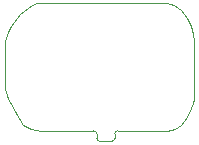
<source format=gbr>
G04 #@! TF.GenerationSoftware,KiCad,Pcbnew,(5.1.5)-3*
G04 #@! TF.CreationDate,2020-09-09T17:22:44+01:00*
G04 #@! TF.ProjectId,tight_omnetics,74696768-745f-46f6-9d6e-65746963732e,rev?*
G04 #@! TF.SameCoordinates,Original*
G04 #@! TF.FileFunction,Profile,NP*
%FSLAX46Y46*%
G04 Gerber Fmt 4.6, Leading zero omitted, Abs format (unit mm)*
G04 Created by KiCad (PCBNEW (5.1.5)-3) date 2020-09-09 17:22:44*
%MOMM*%
%LPD*%
G04 APERTURE LIST*
%ADD10C,0.050000*%
G04 APERTURE END LIST*
D10*
X130683000Y-100076000D02*
X131191000Y-100076000D01*
X126238000Y-99187000D02*
X125730000Y-99187000D01*
X127635000Y-99187000D02*
X126238000Y-99187000D01*
X130175000Y-99187000D02*
X127635000Y-99187000D01*
X134366000Y-99187000D02*
X132461000Y-99187000D01*
X135890000Y-99187000D02*
X134366000Y-99187000D01*
X131953000Y-99441000D02*
X131953000Y-99822000D01*
X131953000Y-99441000D02*
G75*
G02X132207000Y-99187000I254000J0D01*
G01*
X132207000Y-99187000D02*
X132461000Y-99187000D01*
X131191000Y-100076000D02*
X131699000Y-100076000D01*
X131953000Y-99822000D02*
G75*
G02X131699000Y-100076000I-254000J0D01*
G01*
X130429000Y-99695000D02*
X130429000Y-99822000D01*
X130429000Y-99441000D02*
X130429000Y-99695000D01*
X130683000Y-100076000D02*
G75*
G02X130429000Y-99822000I0J254000D01*
G01*
X130175000Y-99187000D02*
G75*
G02X130429000Y-99441000I0J-254000D01*
G01*
X137541000Y-88976200D02*
X137287000Y-88773000D01*
X137845800Y-89331800D02*
X137541000Y-88976200D01*
X138049000Y-89662000D02*
X137845800Y-89331800D01*
X136398000Y-88392000D02*
X136017000Y-88392000D01*
X136677400Y-88442800D02*
X136398000Y-88392000D01*
X136982200Y-88544400D02*
X136677400Y-88442800D01*
X137287000Y-88773000D02*
X136982200Y-88544400D01*
X138658600Y-96494600D02*
X138684000Y-96139000D01*
X138557000Y-96875600D02*
X138658600Y-96494600D01*
X138557000Y-96875600D02*
X138430000Y-97282000D01*
X138633200Y-91008200D02*
X138430000Y-90297000D01*
X138684000Y-91567000D02*
X138633200Y-91008200D01*
X133350000Y-88392000D02*
X136017000Y-88392000D01*
X122682000Y-91567000D02*
X122682000Y-92329000D01*
X122936000Y-90805000D02*
X122682000Y-91567000D01*
X123190000Y-90297000D02*
X122936000Y-90805000D01*
X122936000Y-96520000D02*
X122809000Y-96139000D01*
X123063000Y-96774000D02*
X122936000Y-96520000D01*
X122682000Y-95631000D02*
X122809000Y-96139000D01*
X122682000Y-95377000D02*
X122682000Y-95631000D01*
X122682000Y-93980000D02*
X122682000Y-95377000D01*
X123571000Y-97663000D02*
X123063000Y-96774000D01*
X124206000Y-98679000D02*
X123571000Y-97663000D01*
X124841000Y-99060000D02*
X124206000Y-98679000D01*
X125730000Y-99187000D02*
X124841000Y-99060000D01*
X122682000Y-92329000D02*
X122682000Y-93980000D01*
X123952000Y-89281000D02*
X123190000Y-90297000D01*
X124968000Y-88519000D02*
X123952000Y-89281000D01*
X125349000Y-88392000D02*
X124968000Y-88519000D01*
X125476000Y-88392000D02*
X125349000Y-88392000D01*
X125603000Y-88392000D02*
X125476000Y-88392000D01*
X125730000Y-88392000D02*
X125603000Y-88392000D01*
X126238000Y-88392000D02*
X125730000Y-88392000D01*
X127508000Y-88392000D02*
X126238000Y-88392000D01*
X130556000Y-88392000D02*
X127508000Y-88392000D01*
X133350000Y-88392000D02*
X130556000Y-88392000D01*
X138430000Y-90297000D02*
X138049000Y-89662000D01*
X136398000Y-99187000D02*
X135890000Y-99187000D01*
X137033000Y-99060000D02*
X136398000Y-99187000D01*
X137541000Y-98679000D02*
X137033000Y-99060000D01*
X138049000Y-98044000D02*
X137541000Y-98679000D01*
X138430000Y-97282000D02*
X138049000Y-98044000D01*
X138684000Y-93853000D02*
X138684000Y-91567000D01*
X138684000Y-95631000D02*
X138684000Y-93853000D01*
X138684000Y-95631000D02*
X138684000Y-96139000D01*
M02*

</source>
